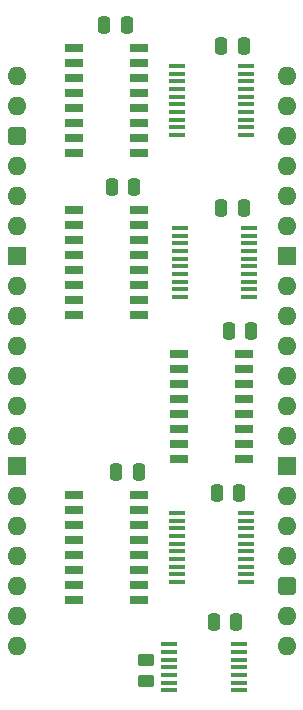
<source format=gts>
%TF.GenerationSoftware,KiCad,Pcbnew,8.0.7*%
%TF.CreationDate,2025-04-21T20:06:42+02:00*%
%TF.ProjectId,GPIO Address Decode,4750494f-2041-4646-9472-657373204465,rev?*%
%TF.SameCoordinates,PX6d01460PY32de760*%
%TF.FileFunction,Soldermask,Top*%
%TF.FilePolarity,Negative*%
%FSLAX46Y46*%
G04 Gerber Fmt 4.6, Leading zero omitted, Abs format (unit mm)*
G04 Created by KiCad (PCBNEW 8.0.7) date 2025-04-21 20:06:42*
%MOMM*%
%LPD*%
G01*
G04 APERTURE LIST*
G04 Aperture macros list*
%AMRoundRect*
0 Rectangle with rounded corners*
0 $1 Rounding radius*
0 $2 $3 $4 $5 $6 $7 $8 $9 X,Y pos of 4 corners*
0 Add a 4 corners polygon primitive as box body*
4,1,4,$2,$3,$4,$5,$6,$7,$8,$9,$2,$3,0*
0 Add four circle primitives for the rounded corners*
1,1,$1+$1,$2,$3*
1,1,$1+$1,$4,$5*
1,1,$1+$1,$6,$7*
1,1,$1+$1,$8,$9*
0 Add four rect primitives between the rounded corners*
20,1,$1+$1,$2,$3,$4,$5,0*
20,1,$1+$1,$4,$5,$6,$7,0*
20,1,$1+$1,$6,$7,$8,$9,0*
20,1,$1+$1,$8,$9,$2,$3,0*%
G04 Aperture macros list end*
%ADD10O,1.600000X1.600000*%
%ADD11R,1.600000X1.600000*%
%ADD12RoundRect,0.400000X-0.400000X-0.400000X0.400000X-0.400000X0.400000X0.400000X-0.400000X0.400000X0*%
%ADD13RoundRect,0.250000X0.450000X-0.262500X0.450000X0.262500X-0.450000X0.262500X-0.450000X-0.262500X0*%
%ADD14R,1.475000X0.450000*%
%ADD15RoundRect,0.250000X0.250000X0.475000X-0.250000X0.475000X-0.250000X-0.475000X0.250000X-0.475000X0*%
%ADD16R,1.550000X0.650000*%
G04 APERTURE END LIST*
D10*
%TO.C,J1*%
X22860000Y0D03*
X22860000Y-2540000D03*
X22860000Y-5080000D03*
X22860000Y-7620000D03*
X22860000Y-10160000D03*
X22860000Y-12700000D03*
D11*
X22860000Y-15240000D03*
D10*
X22860000Y-17780000D03*
X22860000Y-20320000D03*
X22860000Y-22860000D03*
X22860000Y-25400000D03*
X22860000Y-27940000D03*
X22860000Y-30480000D03*
D11*
X22860000Y-33020000D03*
D10*
X22860000Y-35560000D03*
X22860000Y-38100000D03*
X22860000Y-40640000D03*
D12*
X22860000Y-43180000D03*
D10*
X22860000Y-45720000D03*
X22860000Y-48260000D03*
X0Y-48260000D03*
X0Y-45720000D03*
X0Y-43180000D03*
X0Y-40640000D03*
X0Y-38100000D03*
X0Y-35560000D03*
D11*
X0Y-33020000D03*
D10*
X0Y-30480000D03*
X0Y-27940000D03*
X0Y-25400000D03*
X0Y-22860000D03*
X0Y-20320000D03*
X0Y-17780000D03*
D11*
X0Y-15240000D03*
D10*
X0Y-12700000D03*
X0Y-10160000D03*
X0Y-7620000D03*
D12*
X0Y-5080000D03*
D10*
X0Y-2540000D03*
X0Y0D03*
%TD*%
D13*
%TO.C,R1*%
X10912000Y-49379500D03*
X10912000Y-51204500D03*
%TD*%
D14*
%TO.C,IC1*%
X18813000Y-48088000D03*
X18813000Y-48738000D03*
X18813000Y-49388000D03*
X18813000Y-50038000D03*
X18813000Y-50688000D03*
X18813000Y-51338000D03*
X18813000Y-51988000D03*
X12937000Y-51988000D03*
X12937000Y-51338000D03*
X12937000Y-50688000D03*
X12937000Y-50038000D03*
X12937000Y-49388000D03*
X12937000Y-48738000D03*
X12937000Y-48088000D03*
%TD*%
D15*
%TO.C,C5*%
X17957000Y-21590000D03*
X19857000Y-21590000D03*
%TD*%
D14*
%TO.C,IC3*%
X19448000Y893000D03*
X19448000Y243000D03*
X19448000Y-407000D03*
X19448000Y-1057000D03*
X19448000Y-1707000D03*
X19448000Y-2357000D03*
X19448000Y-3007000D03*
X19448000Y-3657000D03*
X19448000Y-4307000D03*
X19448000Y-4957000D03*
X13572000Y-4957000D03*
X13572000Y-4307000D03*
X13572000Y-3657000D03*
X13572000Y-3007000D03*
X13572000Y-2357000D03*
X13572000Y-1707000D03*
X13572000Y-1057000D03*
X13572000Y-407000D03*
X13572000Y243000D03*
X13572000Y893000D03*
%TD*%
D15*
%TO.C,C8*%
X7416000Y4318000D03*
X9316000Y4318000D03*
%TD*%
%TO.C,C6*%
X8051000Y-9398000D03*
X9951000Y-9398000D03*
%TD*%
%TO.C,C4*%
X16941000Y-35306000D03*
X18841000Y-35306000D03*
%TD*%
D16*
%TO.C,IC2*%
X10345000Y2413000D03*
X10345000Y1143000D03*
X10345000Y-127000D03*
X10345000Y-1397000D03*
X10345000Y-2667000D03*
X10345000Y-3937000D03*
X10345000Y-5207000D03*
X10345000Y-6477000D03*
X4895000Y-6477000D03*
X4895000Y-5207000D03*
X4895000Y-3937000D03*
X4895000Y-2667000D03*
X4895000Y-1397000D03*
X4895000Y-127000D03*
X4895000Y1143000D03*
X4895000Y2413000D03*
%TD*%
D15*
%TO.C,C2*%
X17322000Y2540000D03*
X19222000Y2540000D03*
%TD*%
D16*
%TO.C,IC8*%
X10345000Y-11303000D03*
X10345000Y-12573000D03*
X10345000Y-13843000D03*
X10345000Y-15113000D03*
X10345000Y-16383000D03*
X10345000Y-17653000D03*
X10345000Y-18923000D03*
X10345000Y-20193000D03*
X4895000Y-20193000D03*
X4895000Y-18923000D03*
X4895000Y-17653000D03*
X4895000Y-16383000D03*
X4895000Y-15113000D03*
X4895000Y-13843000D03*
X4895000Y-12573000D03*
X4895000Y-11303000D03*
%TD*%
D15*
%TO.C,C1*%
X8432000Y-33528000D03*
X10332000Y-33528000D03*
%TD*%
%TO.C,C7*%
X17322000Y-11176000D03*
X19222000Y-11176000D03*
%TD*%
D16*
%TO.C,IC6*%
X10345000Y-35433000D03*
X10345000Y-36703000D03*
X10345000Y-37973000D03*
X10345000Y-39243000D03*
X10345000Y-40513000D03*
X10345000Y-41783000D03*
X10345000Y-43053000D03*
X10345000Y-44323000D03*
X4895000Y-44323000D03*
X4895000Y-43053000D03*
X4895000Y-41783000D03*
X4895000Y-40513000D03*
X4895000Y-39243000D03*
X4895000Y-37973000D03*
X4895000Y-36703000D03*
X4895000Y-35433000D03*
%TD*%
D14*
%TO.C,IC9*%
X19702000Y-12823000D03*
X19702000Y-13473000D03*
X19702000Y-14123000D03*
X19702000Y-14773000D03*
X19702000Y-15423000D03*
X19702000Y-16073000D03*
X19702000Y-16723000D03*
X19702000Y-17373000D03*
X19702000Y-18023000D03*
X19702000Y-18673000D03*
X13826000Y-18673000D03*
X13826000Y-18023000D03*
X13826000Y-17373000D03*
X13826000Y-16723000D03*
X13826000Y-16073000D03*
X13826000Y-15423000D03*
X13826000Y-14773000D03*
X13826000Y-14123000D03*
X13826000Y-13473000D03*
X13826000Y-12823000D03*
%TD*%
D16*
%TO.C,IC4*%
X19235000Y-23495000D03*
X19235000Y-24765000D03*
X19235000Y-26035000D03*
X19235000Y-27305000D03*
X19235000Y-28575000D03*
X19235000Y-29845000D03*
X19235000Y-31115000D03*
X19235000Y-32385000D03*
X13785000Y-32385000D03*
X13785000Y-31115000D03*
X13785000Y-29845000D03*
X13785000Y-28575000D03*
X13785000Y-27305000D03*
X13785000Y-26035000D03*
X13785000Y-24765000D03*
X13785000Y-23495000D03*
%TD*%
D15*
%TO.C,C3*%
X16687000Y-46228000D03*
X18587000Y-46228000D03*
%TD*%
D14*
%TO.C,IC7*%
X19448000Y-36953000D03*
X19448000Y-37603000D03*
X19448000Y-38253000D03*
X19448000Y-38903000D03*
X19448000Y-39553000D03*
X19448000Y-40203000D03*
X19448000Y-40853000D03*
X19448000Y-41503000D03*
X19448000Y-42153000D03*
X19448000Y-42803000D03*
X13572000Y-42803000D03*
X13572000Y-42153000D03*
X13572000Y-41503000D03*
X13572000Y-40853000D03*
X13572000Y-40203000D03*
X13572000Y-39553000D03*
X13572000Y-38903000D03*
X13572000Y-38253000D03*
X13572000Y-37603000D03*
X13572000Y-36953000D03*
%TD*%
M02*

</source>
